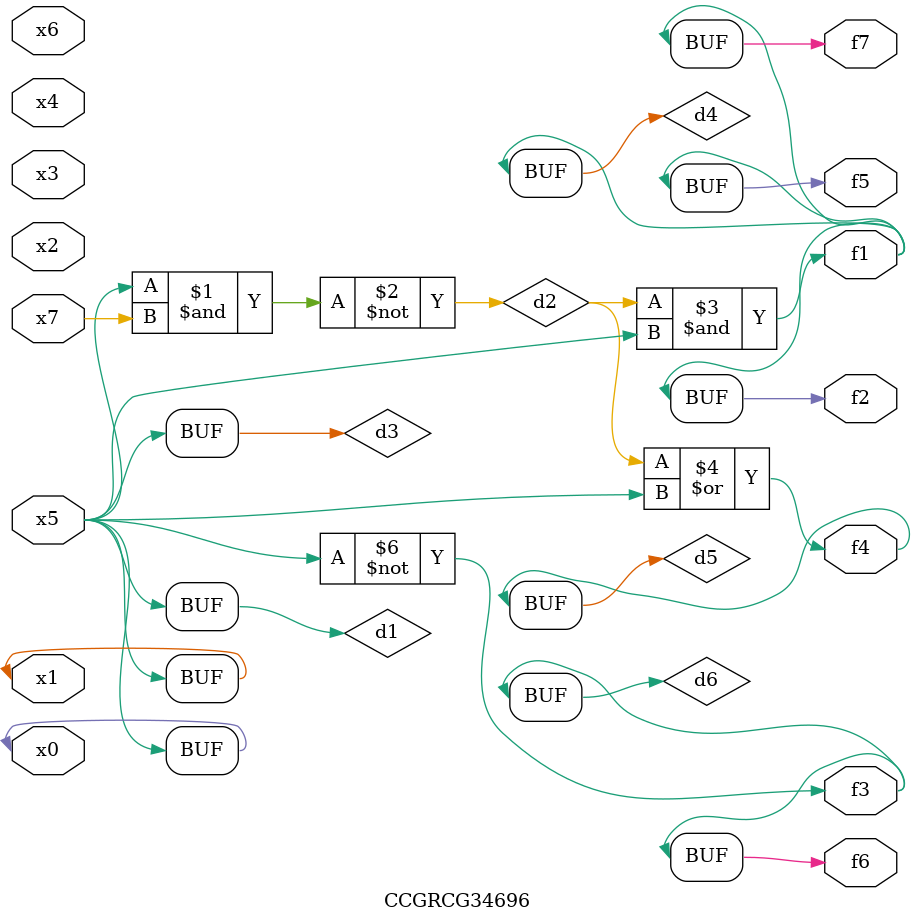
<source format=v>
module CCGRCG34696(
	input x0, x1, x2, x3, x4, x5, x6, x7,
	output f1, f2, f3, f4, f5, f6, f7
);

	wire d1, d2, d3, d4, d5, d6;

	buf (d1, x0, x5);
	nand (d2, x5, x7);
	buf (d3, x0, x1);
	and (d4, d2, d3);
	or (d5, d2, d3);
	nor (d6, d1, d3);
	assign f1 = d4;
	assign f2 = d4;
	assign f3 = d6;
	assign f4 = d5;
	assign f5 = d4;
	assign f6 = d6;
	assign f7 = d4;
endmodule

</source>
